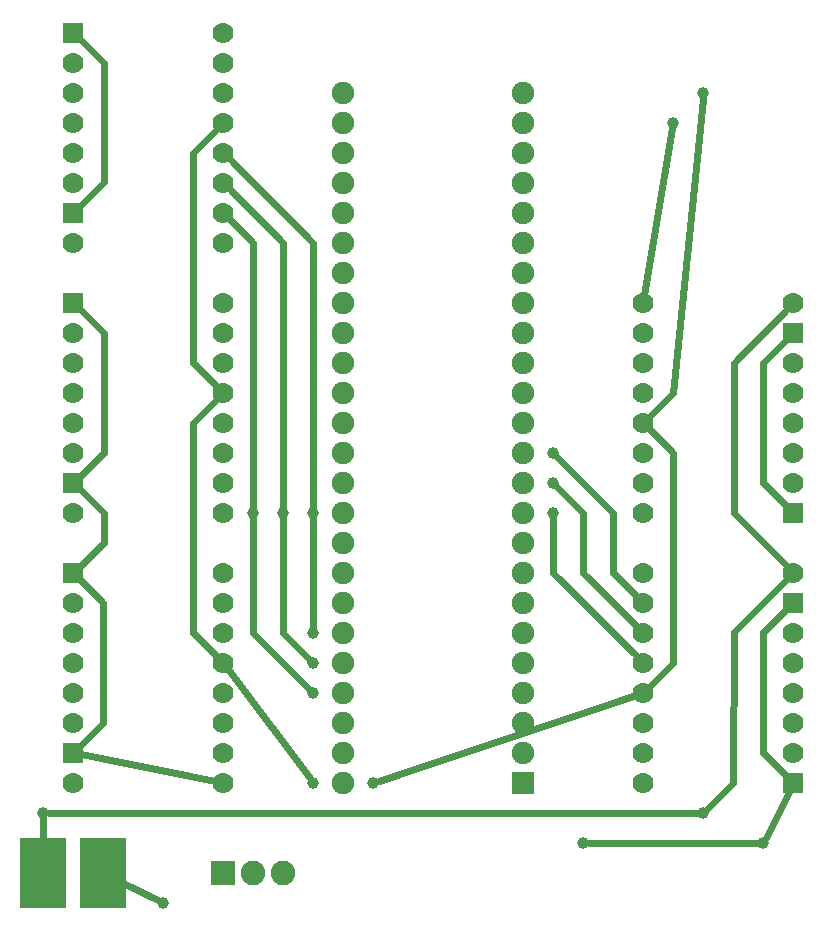
<source format=gbl>
G04 MADE WITH FRITZING*
G04 WWW.FRITZING.ORG*
G04 DOUBLE SIDED*
G04 HOLES PLATED*
G04 CONTOUR ON CENTER OF CONTOUR VECTOR*
%ASAXBY*%
%FSLAX23Y23*%
%MOIN*%
%OFA0B0*%
%SFA1.0B1.0*%
%ADD10C,0.075000*%
%ADD11C,0.039370*%
%ADD12C,0.082000*%
%ADD13C,0.070000*%
%ADD14R,0.075000X0.075000*%
%ADD15R,0.157480X0.236220*%
%ADD16R,0.082000X0.082000*%
%ADD17R,0.070000X0.070000*%
%ADD18C,0.024000*%
%LNCOPPER0*%
G90*
G70*
G54D10*
X1825Y563D03*
X1225Y563D03*
X1825Y663D03*
X1225Y663D03*
X1825Y763D03*
X1225Y763D03*
X1825Y863D03*
X1225Y863D03*
X1825Y963D03*
X1225Y963D03*
X1825Y1063D03*
X1225Y1063D03*
X1825Y1163D03*
X1225Y1163D03*
X1825Y1263D03*
X1225Y1263D03*
X1825Y1363D03*
X1225Y1363D03*
X1825Y1463D03*
X1225Y1463D03*
X1825Y1563D03*
X1225Y1563D03*
X1825Y1663D03*
X1225Y1663D03*
X1825Y1763D03*
X1225Y1763D03*
X1825Y1863D03*
X1225Y1863D03*
X1825Y1963D03*
X1225Y1963D03*
X1825Y2063D03*
X1225Y2063D03*
X1825Y2163D03*
X1225Y2163D03*
X1825Y2263D03*
X1225Y2263D03*
X1825Y2363D03*
X1225Y2363D03*
X1825Y2463D03*
X1225Y2463D03*
X1825Y2563D03*
X1225Y2563D03*
X1825Y2663D03*
X1225Y2663D03*
X1825Y2763D03*
X1225Y2763D03*
X1825Y2863D03*
X1225Y2863D03*
G54D11*
X625Y163D03*
X2325Y2763D03*
X2425Y2863D03*
X2625Y363D03*
X2425Y463D03*
X1925Y1663D03*
X1925Y1563D03*
X1925Y1463D03*
X1125Y863D03*
X1125Y963D03*
X1125Y1063D03*
X1125Y563D03*
X1325Y563D03*
X225Y463D03*
X2025Y363D03*
X924Y1464D03*
X1025Y1463D03*
X1125Y1463D03*
G54D12*
X825Y263D03*
X925Y263D03*
X1025Y263D03*
G54D13*
X2225Y1263D03*
X2725Y1263D03*
X2225Y1163D03*
X2725Y1163D03*
X2225Y1063D03*
X2725Y1063D03*
X2225Y963D03*
X2725Y963D03*
X2225Y863D03*
X2725Y863D03*
X2225Y763D03*
X2725Y763D03*
X2225Y663D03*
X2725Y663D03*
X2225Y563D03*
X2725Y563D03*
X825Y2363D03*
X325Y2363D03*
X825Y2463D03*
X325Y2463D03*
X825Y2563D03*
X325Y2563D03*
X825Y2663D03*
X325Y2663D03*
X825Y2763D03*
X325Y2763D03*
X825Y2863D03*
X325Y2863D03*
X825Y2963D03*
X325Y2963D03*
X825Y3063D03*
X325Y3063D03*
X825Y1463D03*
X325Y1463D03*
X825Y1563D03*
X325Y1563D03*
X825Y1663D03*
X325Y1663D03*
X825Y1763D03*
X325Y1763D03*
X825Y1863D03*
X325Y1863D03*
X825Y1963D03*
X325Y1963D03*
X825Y2063D03*
X325Y2063D03*
X825Y2163D03*
X325Y2163D03*
X825Y563D03*
X325Y563D03*
X825Y663D03*
X325Y663D03*
X825Y763D03*
X325Y763D03*
X825Y863D03*
X325Y863D03*
X825Y963D03*
X325Y963D03*
X825Y1063D03*
X325Y1063D03*
X825Y1163D03*
X325Y1163D03*
X825Y1263D03*
X325Y1263D03*
X2225Y2163D03*
X2725Y2163D03*
X2225Y2063D03*
X2725Y2063D03*
X2225Y1963D03*
X2725Y1963D03*
X2225Y1863D03*
X2725Y1863D03*
X2225Y1763D03*
X2725Y1763D03*
X2225Y1663D03*
X2725Y1663D03*
X2225Y1563D03*
X2725Y1563D03*
X2225Y1463D03*
X2725Y1463D03*
G54D14*
X1825Y563D03*
G54D15*
X425Y263D03*
X225Y263D03*
G54D16*
X825Y263D03*
G54D17*
X2725Y563D03*
X2725Y1163D03*
X325Y3063D03*
X325Y2463D03*
X325Y2163D03*
X325Y1563D03*
X325Y1263D03*
X325Y663D03*
X2725Y1463D03*
X2725Y2063D03*
G54D18*
X225Y444D02*
X225Y376D01*
D02*
X608Y172D02*
X498Y227D01*
D02*
X2229Y2189D02*
X2321Y2745D01*
D02*
X2423Y2844D02*
X2325Y1862D01*
D02*
X2325Y1862D02*
X2243Y1782D01*
D02*
X2526Y1464D02*
X2526Y1963D01*
D02*
X2526Y1963D02*
X2706Y2145D01*
D02*
X2706Y1282D02*
X2526Y1464D01*
D02*
X2526Y1065D02*
X2706Y1245D01*
D02*
X2525Y563D02*
X2526Y1065D01*
D02*
X2124Y1463D02*
X2124Y1264D01*
D02*
X2124Y1264D02*
X2206Y1182D01*
D02*
X1938Y1650D02*
X2124Y1463D01*
D02*
X2024Y1463D02*
X2024Y1264D01*
D02*
X2024Y1264D02*
X2206Y1082D01*
D02*
X1938Y1550D02*
X2024Y1463D01*
D02*
X1925Y1264D02*
X2206Y982D01*
D02*
X1925Y1444D02*
X1925Y1264D01*
D02*
X1125Y1444D02*
X1125Y1082D01*
D02*
X1024Y1063D02*
X1111Y977D01*
D02*
X1025Y1444D02*
X1024Y1063D01*
D02*
X924Y1063D02*
X1111Y877D01*
D02*
X924Y1445D02*
X924Y1063D01*
D02*
X799Y568D02*
X350Y658D01*
D02*
X426Y2964D02*
X426Y2565D01*
D02*
X426Y2565D02*
X343Y2482D01*
D02*
X343Y3045D02*
X426Y2964D01*
D02*
X426Y2063D02*
X426Y1664D01*
D02*
X426Y1664D02*
X343Y1582D01*
D02*
X343Y2145D02*
X426Y2063D01*
D02*
X424Y1164D02*
X424Y763D01*
D02*
X424Y763D02*
X343Y682D01*
D02*
X343Y1245D02*
X424Y1164D01*
D02*
X1113Y578D02*
X840Y942D01*
D02*
X1343Y569D02*
X2200Y855D01*
D02*
X2325Y1663D02*
X2243Y1745D01*
D02*
X2325Y963D02*
X2325Y1663D01*
D02*
X2243Y882D02*
X2325Y963D01*
D02*
X2625Y662D02*
X2706Y582D01*
D02*
X2625Y1065D02*
X2625Y662D01*
D02*
X2706Y1145D02*
X2625Y1065D01*
D02*
X2625Y1963D02*
X2625Y1564D01*
D02*
X2625Y1564D02*
X2706Y1482D01*
D02*
X2706Y2045D02*
X2625Y1963D01*
D02*
X2438Y477D02*
X2525Y563D01*
D02*
X244Y463D02*
X2406Y463D01*
D02*
X2606Y363D02*
X2044Y363D01*
D02*
X2713Y540D02*
X2633Y380D01*
D02*
X924Y2363D02*
X843Y2445D01*
D02*
X924Y1483D02*
X924Y2363D01*
D02*
X1025Y1482D02*
X1024Y2363D01*
D02*
X1024Y2363D02*
X843Y2545D01*
D02*
X1125Y1482D02*
X1125Y2363D01*
D02*
X1125Y2363D02*
X843Y2645D01*
D02*
X725Y1762D02*
X806Y1845D01*
D02*
X725Y1064D02*
X725Y1762D01*
D02*
X806Y982D02*
X725Y1064D01*
D02*
X725Y1964D02*
X806Y1882D01*
D02*
X725Y2664D02*
X725Y1964D01*
D02*
X806Y2745D02*
X725Y2664D01*
D02*
X426Y1463D02*
X343Y1545D01*
D02*
X426Y1364D02*
X426Y1463D01*
D02*
X343Y1282D02*
X426Y1364D01*
G04 End of Copper0*
M02*
</source>
